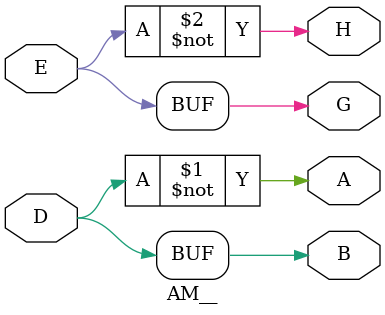
<source format=v>
module AM__ ( D, A, B, E, H, G );
//            N  P  P  N  P  P
  input D, E;
  output A, B, H, G;

  // Alloy - one way "N" block: C
  // Drawing 729808, production drawing 371203

  // Max delay usec
  //   turn on      0.35
  //   turn off     0.35

  assign A = ~D;
  assign B = D;

  assign H = ~E;
  assign G = E;

endmodule

</source>
